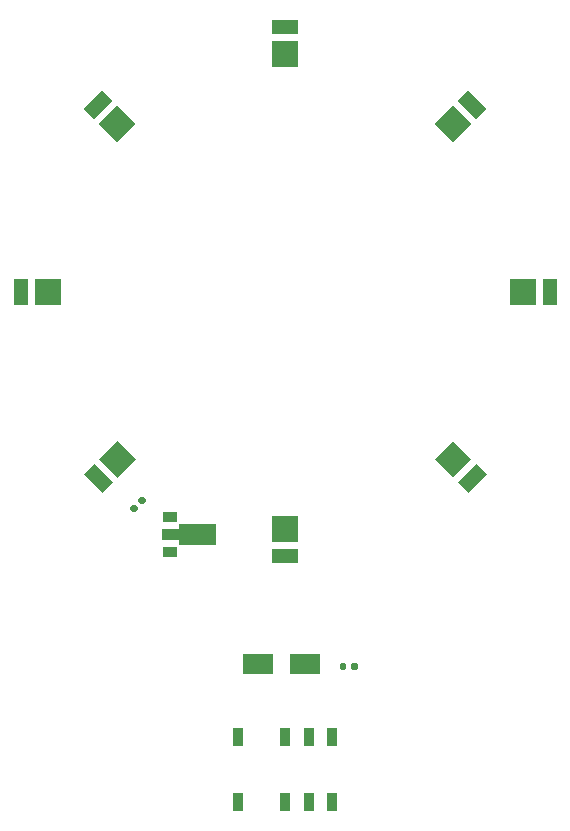
<source format=gbr>
%TF.GenerationSoftware,KiCad,Pcbnew,(5.1.10-1-10_14)*%
%TF.CreationDate,2021-10-20T22:44:44+08:00*%
%TF.ProjectId,led-ring,6c65642d-7269-46e6-972e-6b696361645f,rev?*%
%TF.SameCoordinates,Original*%
%TF.FileFunction,Paste,Top*%
%TF.FilePolarity,Positive*%
%FSLAX46Y46*%
G04 Gerber Fmt 4.6, Leading zero omitted, Abs format (unit mm)*
G04 Created by KiCad (PCBNEW (5.1.10-1-10_14)) date 2021-10-20 22:44:44*
%MOMM*%
%LPD*%
G01*
G04 APERTURE LIST*
%ADD10R,2.500000X1.800000*%
%ADD11R,0.900000X1.500000*%
%ADD12C,0.100000*%
%ADD13R,1.300000X0.900000*%
%ADD14R,2.200000X1.250000*%
%ADD15R,2.200000X2.200000*%
%ADD16R,1.250000X2.200000*%
G04 APERTURE END LIST*
D10*
%TO.C,D9*%
X-2317500Y-31496000D03*
X1682500Y-31496000D03*
%TD*%
D11*
%TO.C,SW1*%
X4000000Y-43250000D03*
X2000000Y-43250000D03*
X0Y-43250000D03*
X-4000000Y-43250000D03*
X4000000Y-37750000D03*
X2000000Y-37750000D03*
X0Y-37750000D03*
X-4000000Y-37750000D03*
%TD*%
D12*
%TO.C,U3*%
G36*
X-5828000Y-21440500D02*
G01*
X-8953000Y-21440500D01*
X-8953000Y-21024000D01*
X-10428000Y-21024000D01*
X-10428000Y-20124000D01*
X-8953000Y-20124000D01*
X-8953000Y-19707500D01*
X-5828000Y-19707500D01*
X-5828000Y-21440500D01*
G37*
D13*
X-9778000Y-22074000D03*
X-9778000Y-19074000D03*
%TD*%
D14*
%TO.C,D8*%
X0Y-22375000D03*
D15*
X0Y-20100000D03*
%TD*%
D12*
%TO.C,D7*%
G36*
X-16157390Y-14601755D02*
G01*
X-14601755Y-16157390D01*
X-15485638Y-17041273D01*
X-17041273Y-15485638D01*
X-16157390Y-14601755D01*
G37*
G36*
X-14212846Y-12657211D02*
G01*
X-12657211Y-14212846D01*
X-14212846Y-15768481D01*
X-15768481Y-14212846D01*
X-14212846Y-12657211D01*
G37*
%TD*%
D16*
%TO.C,D6*%
X-22375000Y0D03*
D15*
X-20100000Y0D03*
%TD*%
D12*
%TO.C,D5*%
G36*
X-14601755Y16157390D02*
G01*
X-16157390Y14601755D01*
X-17041273Y15485638D01*
X-15485638Y17041273D01*
X-14601755Y16157390D01*
G37*
G36*
X-12657211Y14212846D02*
G01*
X-14212846Y12657211D01*
X-15768481Y14212846D01*
X-14212846Y15768481D01*
X-12657211Y14212846D01*
G37*
%TD*%
D14*
%TO.C,D4*%
X0Y22375000D03*
D15*
X0Y20100000D03*
%TD*%
D12*
%TO.C,D3*%
G36*
X16157390Y14601755D02*
G01*
X14601755Y16157390D01*
X15485638Y17041273D01*
X17041273Y15485638D01*
X16157390Y14601755D01*
G37*
G36*
X14212846Y12657211D02*
G01*
X12657211Y14212846D01*
X14212846Y15768481D01*
X15768481Y14212846D01*
X14212846Y12657211D01*
G37*
%TD*%
D16*
%TO.C,D2*%
X22375000Y0D03*
D15*
X20100000Y0D03*
%TD*%
D12*
%TO.C,D1*%
G36*
X14601755Y-16157390D02*
G01*
X16157390Y-14601755D01*
X17041273Y-15485638D01*
X15485638Y-17041273D01*
X14601755Y-16157390D01*
G37*
G36*
X12657211Y-14212846D02*
G01*
X14212846Y-12657211D01*
X15768481Y-14212846D01*
X14212846Y-15768481D01*
X12657211Y-14212846D01*
G37*
%TD*%
%TO.C,C2*%
G36*
G01*
X-12184371Y-18012787D02*
X-12424787Y-17772371D01*
G75*
G02*
X-12424787Y-17574381I98995J98995D01*
G01*
X-12226797Y-17376391D01*
G75*
G02*
X-12028807Y-17376391I98995J-98995D01*
G01*
X-11788391Y-17616807D01*
G75*
G02*
X-11788391Y-17814797I-98995J-98995D01*
G01*
X-11986381Y-18012787D01*
G75*
G02*
X-12184371Y-18012787I-98995J98995D01*
G01*
G37*
G36*
G01*
X-12863193Y-18691609D02*
X-13103609Y-18451193D01*
G75*
G02*
X-13103609Y-18253203I98995J98995D01*
G01*
X-12905619Y-18055213D01*
G75*
G02*
X-12707629Y-18055213I98995J-98995D01*
G01*
X-12467213Y-18295629D01*
G75*
G02*
X-12467213Y-18493619I-98995J-98995D01*
G01*
X-12665203Y-18691609D01*
G75*
G02*
X-12863193Y-18691609I-98995J98995D01*
G01*
G37*
%TD*%
%TO.C,C1*%
G36*
G01*
X5164000Y-31580000D02*
X5164000Y-31920000D01*
G75*
G02*
X5024000Y-32060000I-140000J0D01*
G01*
X4744000Y-32060000D01*
G75*
G02*
X4604000Y-31920000I0J140000D01*
G01*
X4604000Y-31580000D01*
G75*
G02*
X4744000Y-31440000I140000J0D01*
G01*
X5024000Y-31440000D01*
G75*
G02*
X5164000Y-31580000I0J-140000D01*
G01*
G37*
G36*
G01*
X6124000Y-31580000D02*
X6124000Y-31920000D01*
G75*
G02*
X5984000Y-32060000I-140000J0D01*
G01*
X5704000Y-32060000D01*
G75*
G02*
X5564000Y-31920000I0J140000D01*
G01*
X5564000Y-31580000D01*
G75*
G02*
X5704000Y-31440000I140000J0D01*
G01*
X5984000Y-31440000D01*
G75*
G02*
X6124000Y-31580000I0J-140000D01*
G01*
G37*
%TD*%
M02*

</source>
